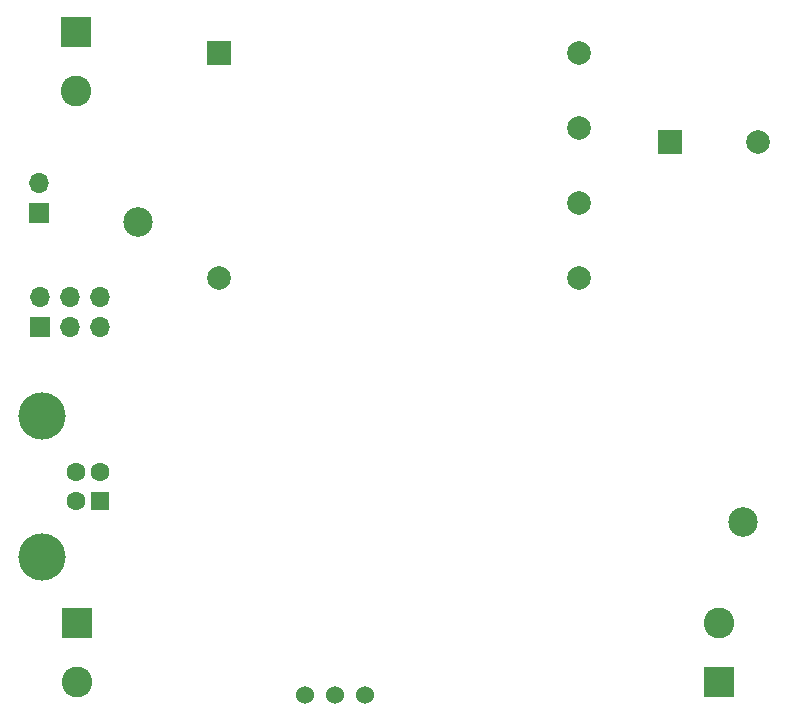
<source format=gbr>
%TF.GenerationSoftware,KiCad,Pcbnew,5.1.12-84ad8e8a86~92~ubuntu20.04.1*%
%TF.CreationDate,2022-03-06T20:42:48-06:00*%
%TF.ProjectId,Solder_Reflow_Oven_2.0,536f6c64-6572-45f5-9265-666c6f775f4f,rev?*%
%TF.SameCoordinates,Original*%
%TF.FileFunction,Soldermask,Bot*%
%TF.FilePolarity,Negative*%
%FSLAX46Y46*%
G04 Gerber Fmt 4.6, Leading zero omitted, Abs format (unit mm)*
G04 Created by KiCad (PCBNEW 5.1.12-84ad8e8a86~92~ubuntu20.04.1) date 2022-03-06 20:42:48*
%MOMM*%
%LPD*%
G01*
G04 APERTURE LIST*
%ADD10C,2.500000*%
%ADD11C,2.000000*%
%ADD12R,2.000000X2.000000*%
%ADD13C,2.600000*%
%ADD14R,2.600000X2.600000*%
%ADD15C,1.524000*%
%ADD16R,1.700000X1.700000*%
%ADD17O,1.700000X1.700000*%
%ADD18R,1.600000X1.600000*%
%ADD19C,1.600000*%
%ADD20C,4.000000*%
G04 APERTURE END LIST*
D10*
%TO.C,M2*%
X49758600Y-92773500D03*
%TD*%
%TO.C,M1*%
X100965000Y-118224300D03*
%TD*%
D11*
%TO.C,C10*%
X102305500Y-86042500D03*
D12*
X94805500Y-86042500D03*
%TD*%
D13*
%TO.C,J1*%
X98933000Y-126762500D03*
D14*
X98933000Y-131762500D03*
%TD*%
%TO.C,J3*%
X44577000Y-126784100D03*
D13*
X44577000Y-131784100D03*
%TD*%
D14*
%TO.C,J6*%
X44538900Y-76720700D03*
D13*
X44538900Y-81720700D03*
%TD*%
D12*
%TO.C,U6*%
X56654700Y-78460600D03*
D11*
X56654700Y-97510600D03*
X87134700Y-78460600D03*
X87134700Y-84810600D03*
X87134700Y-91160600D03*
X87134700Y-97510600D03*
%TD*%
D15*
%TO.C,U7*%
X63944500Y-132842000D03*
X66484500Y-132842000D03*
X68961000Y-132842000D03*
%TD*%
D16*
%TO.C,J4*%
X41465500Y-101727000D03*
D17*
X41465500Y-99187000D03*
X44005500Y-101727000D03*
X44005500Y-99187000D03*
X46545500Y-101727000D03*
X46545500Y-99187000D03*
%TD*%
D16*
%TO.C,J5*%
X41389300Y-92036900D03*
D17*
X41389300Y-89496900D03*
%TD*%
D18*
%TO.C,J2*%
X46545500Y-116459000D03*
D19*
X46545500Y-113959000D03*
X44545500Y-113959000D03*
X44545500Y-116459000D03*
D20*
X41685500Y-109209000D03*
X41685500Y-121209000D03*
%TD*%
M02*

</source>
